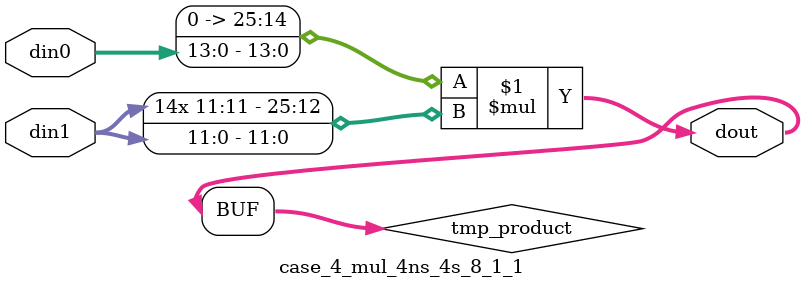
<source format=v>

`timescale 1 ns / 1 ps

 (* use_dsp = "no" *)  module case_4_mul_4ns_4s_8_1_1(din0, din1, dout);
parameter ID = 1;
parameter NUM_STAGE = 0;
parameter din0_WIDTH = 14;
parameter din1_WIDTH = 12;
parameter dout_WIDTH = 26;

input [din0_WIDTH - 1 : 0] din0; 
input [din1_WIDTH - 1 : 0] din1; 
output [dout_WIDTH - 1 : 0] dout;

wire signed [dout_WIDTH - 1 : 0] tmp_product;

























assign tmp_product = $signed({1'b0, din0}) * $signed(din1);










assign dout = tmp_product;





















endmodule

</source>
